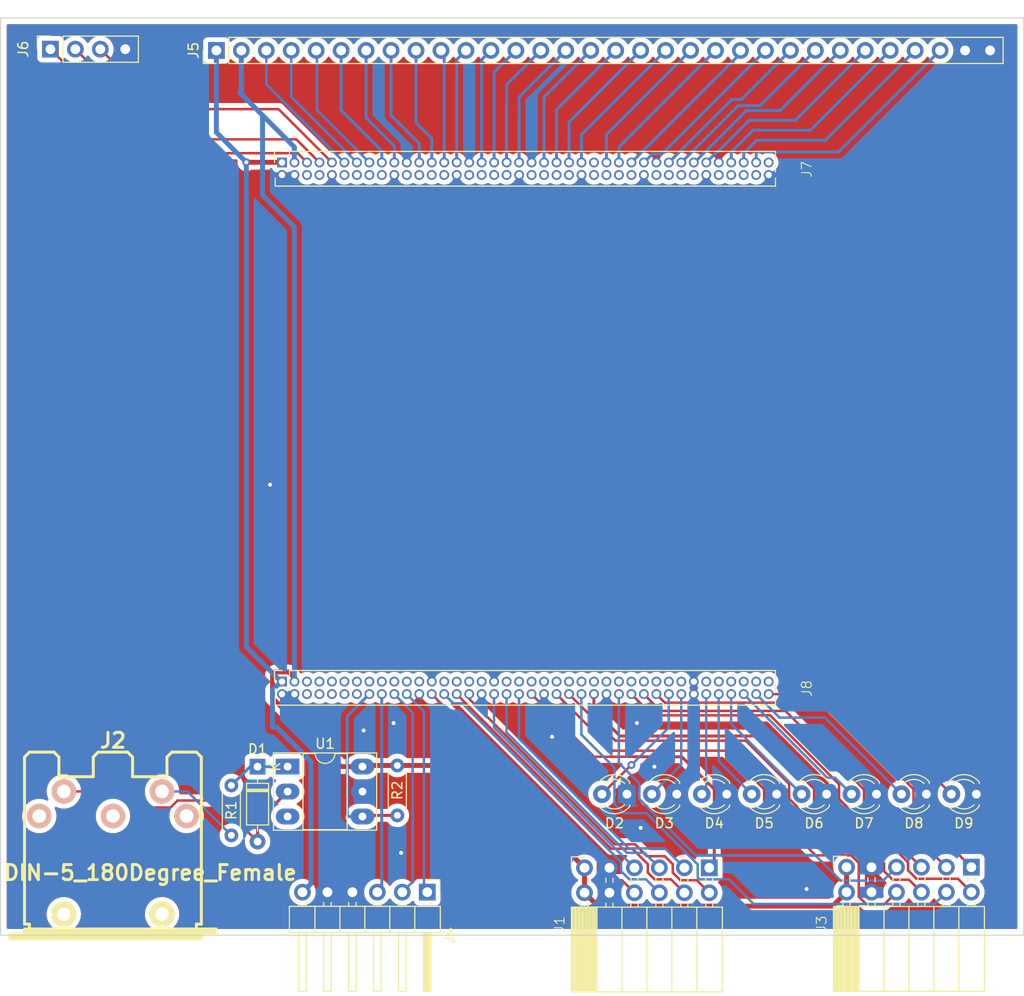
<source format=kicad_pcb>
(kicad_pcb (version 20221018) (generator pcbnew)
  (layers (0 "F.Cu" signal) (31 "B.Cu" signal) (34 "B.Paste" user) (35 "F.Paste" user) (36 "B.SilkS" user "B.Silkscreen") (37 "F.SilkS" user "F.Silkscreen") (38 "B.Mask" user) (39 "F.Mask" user) (44 "Edge.Cuts" user))
  (net 0 "")
  (net 1 "Net-(D1-K)")
  (net 2 "Net-(D1-A)")
  (net 3 "GND")
  (net 4 "LED1")
  (net 5 "LED2")
  (net 6 "LED3")
  (net 7 "LED4")
  (net 8 "LED5")
  (net 9 "LED6")
  (net 10 "LED7")
  (net 11 "LED8")
  (net 12 "PMOD1_1")
  (net 13 "PMOD1_2")
  (net 14 "PMOD1_3")
  (net 15 "PMOD1_4")
  (net 16 "+3.3V")
  (net 17 "PMOD1_7")
  (net 18 "PMOD1_8")
  (net 19 "PMOD1_9")
  (net 20 "PMOD1_10")
  (net 24 "Net-(J2-Pad4)")
  (net 25 "PMOD2_1")
  (net 26 "PMOD2_2")
  (net 27 "PMOD2_3")
  (net 28 "PMOD2_4")
  (net 29 "PMOD2_7")
  (net 30 "PMOD2_8")
  (net 31 "PMOD2_9")
  (net 32 "PMOD2_10")
  (net 33 "BCLK")
  (net 34 "DATA")
  (net 35 "LRCLK")
  (net 36 "+5V")
  (net 37 "GPIO_1")
  (net 38 "GPIO_2")
  (net 39 "GPIO_3")
  (net 40 "GPIO_4")
  (net 41 "GPIO_5")
  (net 42 "GPIO_6")
  (net 43 "GPIO_7")
  (net 44 "GPIO_8")
  (net 45 "GPIO_9")
  (net 46 "GPIO_10")
  (net 47 "GPIO_11")
  (net 48 "GPIO_12")
  (net 49 "GPIO_13")
  (net 50 "GPIO_14")
  (net 51 "GPIO_15")
  (net 52 "GPIO_16")
  (net 53 "GPIO_17")
  (net 54 "GPIO_18")
  (net 55 "GPIO_19")
  (net 56 "GPIO_20")
  (net 57 "GPIO_21")
  (net 58 "GPIO_22")
  (net 59 "GPIO_23")
  (net 60 "GPIO_24")
  (net 61 "GPIO_25")
  (net 62 "GPIO_26")
  (net 63 "GPIO_27")
  (net 64 "GPIO_28")
  (net 65 "XADC_INP0")
  (net 66 "XADC_INN0")
  (net 67 "XADC_VCC")
  (net 68 "MIDI_IN")
  (footprint "Connector_PinSocket_2.54mm:PinSocket_1x04_P2.54mm_Vertical" (layer "F.Cu") (at 48.26 20.955 90)
    (fp_text reference "J6")
    (fp_text value "XADC Header")
  )
  (footprint "Resistor_THT:R_Axial_DIN0204_L3.6mm_D1.6mm_P5.08mm_Horizontal" (layer "F.Cu") (at 83.566 98.933 90)
    (fp_text reference "R2")
    (fp_text value "510")
  )
  (footprint "LED_THT:LED_D3.0mm" (layer "F.Cu") (at 142.494 96.774 180)
    (fp_text reference "D9")
    (fp_text value "LED")
  )
  (footprint "LED_THT:LED_D3.0mm" (layer "F.Cu") (at 106.934 96.774 180)
    (fp_text reference "D2")
    (fp_text value "LED")
  )
  (footprint "Connector_PinHeader_2.54mm:PinHeader_1x32_P2.54mm_Vertical" (layer "F.Cu") (at 65.151 21.082 90)
    (fp_text reference "J5")
    (fp_text value "GPIO Header")
  )
  (footprint "Z_Turn_Board_Lib_Footprint:2x40 Inverted" (layer "F.Cu") (at 95.8312 33.1366 90)
    (fp_text reference "J7")
    (fp_text value "Conn_02x40_Odd_Even")
  )
  (footprint "LED_THT:LED_D3.0mm" (layer "F.Cu") (at 132.334 96.774 180)
    (fp_text reference "D7")
    (fp_text value "LED")
  )
  (footprint "Diode_THT:D_DO-35_SOD27_P7.62mm_Horizontal" (layer "F.Cu") (at 69.342 93.98 -90)
    (fp_text reference "D1")
    (fp_text value "1N4148")
  )
  (footprint "Z_Turn_Board_Lib_Footprint:MIDI_DIN5" (layer "F.Cu") (at 54.6228 101.997)
    (fp_text reference "J2")
    (fp_text value "DIN-5_180Degree_Female")
  )
  (footprint "LED_THT:LED_D3.0mm" (layer "F.Cu") (at 122.174 96.774 180)
    (fp_text reference "D5")
    (fp_text value "LED")
  )
  (footprint "LED_THT:LED_D3.0mm" (layer "F.Cu") (at 117.094 96.774 180)
    (fp_text reference "D4")
    (fp_text value "LED")
  )
  (footprint "Package_DIP:DIP-6_W7.62mm_Socket_LongPads" (layer "F.Cu") (at 72.4 93.97)
    (fp_text reference "U1")
    (fp_text value "H11L1")
  )
  (footprint "Connector_PinHeader_2.54mm:PinHeader_1x06_P2.54mm_Horizontal" (layer "F.Cu") (at 86.614 106.75 -90)
    (fp_text reference "J4")
    (fp_text value "DAC")
  )
  (footprint "LED_THT:LED_D3.0mm" (layer "F.Cu") (at 112.009 96.774 180)
    (fp_text reference "D3")
    (fp_text value "LED")
  )
  (footprint "Z_Turn_Board_Lib_Footprint:PMOD" (layer "F.Cu") (at 108.966 110.042 90)
    (fp_text reference "J1")
    (fp_text value "~")
  )
  (footprint "Z_Turn_Board_Lib_Footprint:PMOD" (layer "F.Cu") (at 135.636 109.982 90)
    (fp_text reference "J3")
    (fp_text value "~")
  )
  (footprint "LED_THT:LED_D3.0mm" (layer "F.Cu") (at 127.254 96.774 180)
    (fp_text reference "D6")
    (fp_text value "LED")
  )
  (footprint "Resistor_THT:R_Axial_DIN0204_L3.6mm_D1.6mm_P5.08mm_Horizontal" (layer "F.Cu") (at 66.675 100.965 90)
    (fp_text reference "R1")
    (fp_text value "220")
  )
  (footprint "LED_THT:LED_D3.0mm" (layer "F.Cu") (at 137.414 96.774 180)
    (fp_text reference "D8")
    (fp_text value "LED")
  )
  (footprint "Z_Turn_Board_Lib_Footprint:2x40 Inverted" (layer "F.Cu") (at 95.8312 85.9686 90)
    (fp_text reference "J8")
    (fp_text value "Conn_02x40_Odd_Even")
  )
  (gr_rect (start 43.18 17.78) (end 147.32 111.125) (stroke (width 0.1)) (fill none) (layer "Edge.Cuts"))
  (segment (start 72.39 93.98) (end 72.4 93.97) (width 0.3) (layer "F.Cu") (net 1))
  (segment (start 71.765 93.97) (end 71.755 93.98) (width 0.25) (layer "F.Cu") (net 1))
  (segment (start 68.58 93.98) (end 66.675 95.885) (width 0.3) (layer "B.Cu") (net 1))
  (segment (start 69.342 93.98) (end 72.39 93.98) (width 0.3) (layer "B.Cu") (net 1))
  (segment (start 69.342 93.98) (end 68.58 93.98) (width 0.3) (layer "B.Cu") (net 1))
  (segment (start 72.39 93.98) (end 72.4 93.97) (width 0.3) (layer "B.Cu") (net 1))
  (segment (start 49.6266 96.4979) (end 56.1771 96.4979) (width 0.25) (layer "F.Cu") (net 2))
  (segment (start 72.4 96.51) (end 69.342 99.568) (width 0.3) (layer "F.Cu") (net 2))
  (segment (start 60.4891 98.1297) (end 61.2006 97.4182) (width 0.25) (layer "F.Cu") (net 2))
  (segment (start 57.8089 98.1297) (end 60.4891 98.1297) (width 0.25) (layer "F.Cu") (net 2))
  (segment (start 56.1771 96.4979) (end 57.8089 98.1297) (width 0.25) (layer "F.Cu") (net 2))
  (segment (start 61.2006 97.4182) (end 65.1602 97.4182) (width 0.25) (layer "F.Cu") (net 2))
  (segment (start 65.1602 97.4182) (end 69.342 101.6) (width 0.25) (layer "F.Cu") (net 2))
  (segment (start 69.342 99.568) (end 69.342 101.6) (width 0.3) (layer "F.Cu") (net 2))
  (via (at 99.314 90.932) (size 0.8) (drill 0.4) (layers "F.Cu" "B.Cu") (net 3))
  (via (at 108.331 100.203) (size 0.8) (drill 0.4) (layers "F.Cu" "B.Cu") (net 3))
  (via (at 83.947 102.743) (size 0.8) (drill 0.4) (layers "F.Cu" "B.Cu") (net 3))
  (via (at 125.222 106.426) (size 0.8) (drill 0.4) (layers "F.Cu" "B.Cu") (net 3))
  (via (at 80.137 90.297) (size 0.8) (drill 0.4) (layers "F.Cu" "B.Cu") (net 3))
  (via (at 107.95 89.535) (size 0.8) (drill 0.4) (layers "F.Cu" "B.Cu") (net 3))
  (via (at 109.728 93.98) (size 0.8) (drill 0.4) (layers "F.Cu" "B.Cu") (net 3))
  (via (at 83.185 89.535) (size 0.8) (drill 0.4) (layers "F.Cu" "B.Cu") (net 3))
  (via (at 70.612 65.278) (size 0.8) (drill 0.4) (layers "F.Cu" "B.Cu") (net 3))
  (segment (start 104.394 96.774) (end 107.3643 93.8037) (width 0.25) (layer "F.Cu") (net 4))
  (segment (start 107.3643 93.8037) (end 107.3927 93.8037) (width 0.25) (layer "F.Cu") (net 4))
  (via (at 107.3927 93.8037) (size 0.8) (drill 0.4) (layers "F.Cu" "B.Cu") (net 4))
  (segment (start 111.19 86.595) (end 111.19 90.0064) (width 0.25) (layer "B.Cu") (net 4))
  (segment (start 111.19 90.0064) (end 107.3927 93.8037) (width 0.25) (layer "B.Cu") (net 4))
  (segment (start 112.46 86.595) (end 112.46 93.783) (width 0.25) (layer "B.Cu") (net 5))
  (segment (start 112.46 93.783) (end 109.469 96.774) (width 0.25) (layer "B.Cu") (net 5))
  (segment (start 115 96.328) (end 114.554 96.774) (width 0.25) (layer "B.Cu") (net 6))
  (segment (start 115 86.595) (end 115 96.328) (width 0.25) (layer "B.Cu") (net 6))
  (segment (start 116.27 86.595) (end 116.27 93.41) (width 0.25) (layer "B.Cu") (net 7))
  (segment (start 116.27 93.41) (end 119.634 96.774) (width 0.25) (layer "B.Cu") (net 7))
  (segment (start 117.54 89.6) (end 124.714 96.774) (width 0.25) (layer "B.Cu") (net 8))
  (segment (start 117.54 86.595) (end 117.54 89.6) (width 0.25) (layer "B.Cu") (net 8))
  (segment (start 129.794 96.774) (end 128.1167 95.0967) (width 0.25) (layer "B.Cu") (net 9))
  (segment (start 127.3117 95.0967) (end 118.81 86.595) (width 0.25) (layer "B.Cu") (net 9))
  (segment (start 128.1167 95.0967) (end 127.3117 95.0967) (width 0.25) (layer "B.Cu") (net 9))
  (segment (start 122.4697 88.9847) (end 127.0847 88.9847) (width 0.25) (layer "B.Cu") (net 10))
  (segment (start 127.0847 88.9847) (end 134.874 96.774) (width 0.25) (layer "B.Cu") (net 10))
  (segment (start 120.08 86.595) (end 122.4697 88.9847) (width 0.25) (layer "B.Cu") (net 10))
  (segment (start 129.775 86.595) (end 121.35 86.595) (width 0.25) (layer "F.Cu") (net 11))
  (segment (start 139.954 96.774) (end 129.775 86.595) (width 0.25) (layer "F.Cu") (net 11))
  (segment (start 115.316 104.267) (end 115.824 103.759) (width 0.3) (layer "F.Cu") (net 12))
  (segment (start 112.514367 92.9666) (end 107.59 92.9666) (width 0.3) (layer "F.Cu") (net 12))
  (segment (start 103.5916 92.9666) (end 97.22 86.595) (width 0.25) (layer "F.Cu") (net 12))
  (segment (start 115.824 96.276233) (end 112.514367 92.9666) (width 0.3) (layer "F.Cu") (net 12))
  (segment (start 115.824 103.759) (end 115.824 96.276233) (width 0.3) (layer "F.Cu") (net 12))
  (segment (start 107.59 92.9666) (end 103.5916 92.9666) (width 0.25) (layer "F.Cu") (net 12))
  (segment (start 95.95 86.595) (end 95.95 91.122604) (width 0.25) (layer "B.Cu") (net 13))
  (segment (start 107.120396 102.293) (end 110.802 102.293) (width 0.25) (layer "B.Cu") (net 13))
  (segment (start 110.802 102.293) (end 112.776 104.267) (width 0.25) (layer "B.Cu") (net 13))
  (segment (start 95.95 91.122604) (end 107.120396 102.293) (width 0.25) (layer "B.Cu") (net 13))
  (segment (start 106.934 102.743) (end 108.712 102.743) (width 0.25) (layer "B.Cu") (net 14))
  (segment (start 94.68 90.489) (end 106.934 102.743) (width 0.25) (layer "B.Cu") (net 14))
  (segment (start 108.712 102.743) (end 110.236 104.267) (width 0.25) (layer "B.Cu") (net 14))
  (segment (start 109.4907 104.267) (end 110.236 104.267) (width 0.25) (layer "B.Cu") (net 14))
  (segment (start 94.68 86.595) (end 94.68 90.489) (width 0.25) (layer "B.Cu") (net 14))
  (segment (start 93.41 89.981) (end 93.41 86.595) (width 0.25) (layer "B.Cu") (net 15))
  (segment (start 107.696 104.267) (end 93.41 89.981) (width 0.25) (layer "B.Cu") (net 15))
  (segment (start 102.616 104.267) (end 92.202 93.853) (width 0.5) (layer "F.Cu") (net 16))
  (segment (start 127.8631 108.1699) (end 103.9789 108.1699) (width 0.5) (layer "F.Cu") (net 16))
  (segment (start 70.8681 87.0014) (end 70.8681 84.6275) (width 0.5) (layer "F.Cu") (net 16))
  (segment (start 129.286 106.747) (end 127.8631 108.1699) (width 0.5) (layer "F.Cu") (net 16))
  (segment (start 102.616 106.807) (end 102.616 104.267) (width 0.5) (layer "F.Cu") (net 16))
  (segment (start 129.286 106.747) (end 129.286 104.207) (width 0.5) (layer "F.Cu") (net 16))
  (segment (start 80.137 93.853) (end 80.02 93.97) (width 0.5) (layer "F.Cu") (net 16))
  (segment (start 80.02 93.97) (end 77.8367 93.97) (width 0.5) (layer "F.Cu") (net 16))
  (segment (start 83.566 93.853) (end 80.137 93.853) (width 0.5) (layer "F.Cu") (net 16))
  (segment (start 77.8367 93.97) (end 73.8284 89.9617) (width 0.5) (layer "F.Cu") (net 16))
  (segment (start 73.09 84.9185) (end 73.09 85.325) (width 0.5) (layer "F.Cu") (net 16))
  (segment (start 103.9789 108.1699) (end 102.616 106.807) (width 0.5) (layer "F.Cu") (net 16))
  (segment (start 71.1578 84.3378) (end 72.5093 84.3378) (width 0.5) (layer "F.Cu") (net 16))
  (segment (start 70.8681 84.6275) (end 71.1578 84.3378) (width 0.5) (layer "F.Cu") (net 16))
  (segment (start 92.202 93.853) (end 83.566 93.853) (width 0.5) (layer "F.Cu") (net 16))
  (segment (start 72.5093 84.3378) (end 73.09 84.9185) (width 0.5) (layer "F.Cu") (net 16))
  (segment (start 73.8284 89.9617) (end 70.8681 87.0014) (width 0.5) (layer "F.Cu") (net 16))
  (segment (start 73.09 32.1059) (end 73.09 32.475) (width 0.5) (layer "B.Cu") (net 16))
  (segment (start 69.85 27.686) (end 67.564 25.4) (width 0.5) (layer "B.Cu") (net 16))
  (segment (start 73.09 32.475) (end 73.09 30.926) (width 0.5) (layer "B.Cu") (net 16))
  (segment (start 73.09 85.325) (end 73.09 39.054) (width 0.5) (layer "B.Cu") (net 16))
  (segment (start 67.691 25.273) (end 67.691 21.082) (width 0.5) (layer "B.Cu") (net 16))
  (segment (start 69.85 35.814) (end 69.85 27.686) (width 0.5) (layer "B.Cu") (net 16))
  (segment (start 73.09 39.054) (end 69.85 35.814) (width 0.5) (layer "B.Cu") (net 16))
  (segment (start 73.09 30.926) (end 69.85 27.686) (width 0.5) (layer "B.Cu") (net 16))
  (segment (start 67.564 25.4) (end 67.691 25.273) (width 0.5) (layer "B.Cu") (net 16))
  (segment (start 114.046 105.537) (end 112.3816 105.537) (width 0.25) (layer "F.Cu") (net 17))
  (segment (start 112.3816 105.537) (end 111.5991 104.7545) (width 0.25) (layer "F.Cu") (net 17))
  (segment (start 115.316 106.807) (end 114.046 105.537) (width 0.25) (layer "F.Cu") (net 17))
  (segment (start 90.87 87.06) (end 90.87 86.595) (width 0.25) (layer "F.Cu") (net 17))
  (segment (start 108.9751 103.0901) (end 107.7615 101.8765) (width 0.25) (layer "F.Cu") (net 17))
  (segment (start 110.7881 103.0901) (end 108.9751 103.0901) (width 0.25) (layer "F.Cu") (net 17))
  (segment (start 107.7615 101.8765) (end 105.6865 101.8765) (width 0.25) (layer "F.Cu") (net 17))
  (segment (start 111.5991 104.7545) (end 111.5991 103.9011) (width 0.25) (layer "F.Cu") (net 17))
  (segment (start 105.6865 101.8765) (end 90.87 87.06) (width 0.25) (layer "F.Cu") (net 17))
  (segment (start 111.5991 103.9011) (end 110.7881 103.0901) (width 0.25) (layer "F.Cu") (net 17))
  (segment (start 107.4844 102.3265) (end 109.0591 103.9012) (width 0.25) (layer "F.Cu") (net 18))
  (segment (start 109.0591 104.7545) (end 109.7485 105.4439) (width 0.25) (layer "F.Cu") (net 18))
  (segment (start 109.0591 103.9012) (end 109.0591 104.7545) (width 0.25) (layer "F.Cu") (net 18))
  (segment (start 89.6 86.595) (end 105.3315 102.3265) (width 0.25) (layer "F.Cu") (net 18))
  (segment (start 109.7485 105.4439) (end 111.4129 105.4439) (width 0.25) (layer "F.Cu") (net 18))
  (segment (start 105.3315 102.3265) (end 107.4844 102.3265) (width 0.25) (layer "F.Cu") (net 18))
  (segment (start 111.4129 105.4439) (end 112.776 106.807) (width 0.25) (layer "F.Cu") (net 18))
  (segment (start 106.3329 104.6043) (end 106.3329 103.6857) (width 0.25) (layer "B.Cu") (net 19))
  (segment (start 107.1725 105.4439) (end 106.3329 104.6043) (width 0.25) (layer "B.Cu") (net 19))
  (segment (start 89.2651 87.5301) (end 88.33 86.595) (width 0.25) (layer "B.Cu") (net 19))
  (segment (start 110.236 106.807) (end 108.8729 105.4439) (width 0.25) (layer "B.Cu") (net 19))
  (segment (start 108.8729 105.4439) (end 107.1725 105.4439) (width 0.25) (layer "B.Cu") (net 19))
  (segment (start 106.3329 103.6857) (end 90.1773 87.5301) (width 0.25) (layer "B.Cu") (net 19))
  (segment (start 90.1773 87.5301) (end 89.2651 87.5301) (width 0.25) (layer "B.Cu") (net 19))
  (segment (start 106.426 105.537) (end 104.7616 105.537) (width 0.25) (layer "F.Cu") (net 20))
  (segment (start 104.7616 105.537) (end 103.9791 104.7545) (width 0.25) (layer "F.Cu") (net 20))
  (segment (start 103.9791 103.5141) (end 87.06 86.595) (width 0.25) (layer "F.Cu") (net 20))
  (segment (start 103.9791 104.7545) (end 103.9791 103.5141) (width 0.25) (layer "F.Cu") (net 20))
  (segment (start 107.696 106.807) (end 106.426 105.537) (width 0.25) (layer "F.Cu") (net 20))
  (segment (start 62.2079 96.4979) (end 66.675 100.965) (width 0.25) (layer "B.Cu") (net 24))
  (segment (start 59.619 96.4979) (end 62.2079 96.4979) (width 0.25) (layer "B.Cu") (net 24))
  (segment (start 136.1009 98.3219) (end 141.986 104.207) (width 0.25) (layer "F.Cu") (net 25))
  (segment (start 136.1009 96.2658) (end 136.1009 98.3219) (width 0.25) (layer "F.Cu") (net 25))
  (segment (start 127.2957 87.4606) (end 136.1009 96.2658) (width 0.25) (layer "F.Cu") (net 25))
  (segment (start 109.92 86.595) (end 110.7856 87.4606) (width 0.25) (layer "F.Cu") (net 25))
  (segment (start 110.7856 87.4606) (end 127.2957 87.4606) (width 0.25) (layer "F.Cu") (net 25))
  (segment (start 131.064 96.3064) (end 131.064 97.8216) (width 0.25) (layer "F.Cu") (net 26))
  (segment (start 134.4114 99.1724) (end 139.446 104.207) (width 0.25) (layer "F.Cu") (net 26))
  (segment (start 131.064 97.8216) (end 132.4148 99.1724) (width 0.25) (layer "F.Cu") (net 26))
  (segment (start 110.3578 88.3028) (end 123.0604 88.3028) (width 0.25) (layer "F.Cu") (net 26))
  (segment (start 108.65 86.595) (end 110.3578 88.3028) (width 0.25) (layer "F.Cu") (net 26))
  (segment (start 123.0604 88.3028) (end 131.064 96.3064) (width 0.25) (layer "F.Cu") (net 26))
  (segment (start 132.4148 99.1724) (end 134.4114 99.1724) (width 0.25) (layer "F.Cu") (net 26))
  (segment (start 130.9667 99.7076) (end 128.5241 97.265) (width 0.25) (layer "F.Cu") (net 27))
  (segment (start 128.5241 97.265) (end 128.524 97.265) (width 0.25) (layer "F.Cu") (net 27))
  (segment (start 128.524 95.7738) (end 121.503 88.7528) (width 0.25) (layer "F.Cu") (net 27))
  (segment (start 136.906 104.207) (end 132.4066 99.7076) (width 0.25) (layer "F.Cu") (net 27))
  (segment (start 128.524 97.265) (end 128.524 95.7738) (width 0.25) (layer "F.Cu") (net 27))
  (segment (start 132.4066 99.7076) (end 130.9667 99.7076) (width 0.25) (layer "F.Cu") (net 27))
  (segment (start 121.503 88.7528) (end 109.5378 88.7528) (width 0.25) (layer "F.Cu") (net 27))
  (segment (start 109.5378 88.7528) (end 107.38 86.595) (width 0.25) (layer "F.Cu") (net 27))
  (segment (start 128.6826 105.572) (end 126.111 103.0004) (width 0.25) (layer "B.Cu") (net 28))
  (segment (start 106.11 93.5969) (end 106.11 86.595) (width 0.25) (layer "B.Cu") (net 28))
  (segment (start 134.366 104.207) (end 133.001 105.572) (width 0.25) (layer "B.Cu") (net 28))
  (segment (start 108.2015 95.6884) (end 106.11 93.5969) (width 0.25) (layer "B.Cu") (net 28))
  (segment (start 113.9398 103.0004) (end 108.2015 97.2621) (width 0.25) (layer "B.Cu") (net 28))
  (segment (start 126.111 103.0004) (end 113.9398 103.0004) (width 0.3) (layer "B.Cu") (net 28))
  (segment (start 108.2015 97.2621) (end 108.2015 95.6884) (width 0.25) (layer "B.Cu") (net 28))
  (segment (start 133.001 105.572) (end 128.6826 105.572) (width 0.25) (layer "B.Cu") (net 28))
  (segment (start 125.984 97.7991) (end 125.984 96.2418) (width 0.25) (layer "F.Cu") (net 29))
  (segment (start 136.4035 105.3839) (end 135.5429 104.5233) (width 0.25) (layer "F.Cu") (net 29))
  (segment (start 132.04 101.42) (end 129.3734 98.7534) (width 0.25) (layer "F.Cu") (net 29))
  (segment (start 103.57 86.595) (end 103.57 88.203) (width 0.3) (layer "F.Cu") (net 29))
  (segment (start 103.57 88.203) (end 106.2238 90.8568) (width 0.3) (layer "F.Cu") (net 29))
  (segment (start 133.2464 101.42) (end 132.04 101.42) (width 0.25) (layer "F.Cu") (net 29))
  (segment (start 135.5429 103.7165) (end 133.2464 101.42) (width 0.25) (layer "F.Cu") (net 29))
  (segment (start 106.2238 90.8568) (end 120.599 90.8568) (width 0.3) (layer "F.Cu") (net 29))
  (segment (start 140.6229 105.3839) (end 136.4035 105.3839) (width 0.25) (layer "F.Cu") (net 29))
  (segment (start 126.9383 98.7534) (end 125.984 97.7991) (width 0.25) (layer "F.Cu") (net 29))
  (segment (start 135.5429 104.5233) (end 135.5429 103.7165) (width 0.25) (layer "F.Cu") (net 29))
  (segment (start 120.599 90.8568) (end 120.8526 91.1104) (width 0.3) (layer "F.Cu") (net 29))
  (segment (start 129.3734 98.7534) (end 126.9383 98.7534) (width 0.25) (layer "F.Cu") (net 29))
  (segment (start 125.984 96.2418) (end 120.8526 91.1104) (width 0.25) (layer "F.Cu") (net 29))
  (segment (start 141.986 106.747) (end 140.6229 105.3839) (width 0.25) (layer "F.Cu") (net 29))
  (segment (start 108.9205 98.7065) (end 114.1379 103.9239) (width 0.25) (layer "B.Cu") (net 30))
  (segment (start 102.3 86.595) (end 102.3 90.7198) (width 0.25) (layer "B.Cu") (net 30))
  (segment (start 138.2409 107.9521) (end 139.446 106.747) (width 0.25) (layer "B.Cu") (net 30))
  (segment (start 119.8333 107.9521) (end 138.2409 107.9521) (width 0.25) (layer "B.Cu") (net 30))
  (segment (start 114.3306 105.4439) (end 117.3251 105.4439) (width 0.25) (layer "B.Cu") (net 30))
  (segment (start 106.5726 98.7065) (end 108.9205 98.7065) (width 0.25) (layer "B.Cu") (net 30))
  (segment (start 105.664 94.0838) (end 105.664 97.7979) (width 0.25) (layer "B.Cu") (net 30))
  (segment (start 114.1379 105.2512) (end 114.3306 105.4439) (width 0.25) (layer "B.Cu") (net 30))
  (segment (start 117.3251 105.4439) (end 119.8333 107.9521) (width 0.25) (layer "B.Cu") (net 30))
  (segment (start 105.664 97.7979) (end 106.5726 98.7065) (width 0.25) (layer "B.Cu") (net 30))
  (segment (start 102.3 90.7198) (end 105.664 94.0838) (width 0.25) (layer "B.Cu") (net 30))
  (segment (start 114.1379 103.9239) (end 114.1379 105.2512) (width 0.25) (layer "B.Cu") (net 30))
  (segment (start 131.1587 101.8704) (end 133.096 103.8077) (width 0.25) (layer "F.Cu") (net 31))
  (segment (start 101.03 86.595) (end 105.7668 91.3318) (width 0.25) (layer "F.Cu") (net 31))
  (segment (start 133.9713 105.477) (end 135.636 105.477) (width 0.25) (layer "F.Cu") (net 31))
  (segment (start 123.444 95.7449) (end 123.444 97.2412) (width 0.25) (layer "F.Cu") (net 31))
  (segment (start 123.444 97.2412) (end 128.0732 101.8704) (width 0.25) (layer "F.Cu") (net 31))
  (segment (start 133.096 104.6017) (end 133.9713 105.477) (width 0.25) (layer "F.Cu") (net 31))
  (segment (start 119.0309 91.3318) (end 123.444 95.7449) (width 0.25) (layer "F.Cu") (net 31))
  (segment (start 128.0732 101.8704) (end 131.1587 101.8704) (width 0.25) (layer "F.Cu") (net 31))
  (segment (start 105.7668 91.3318) (end 119.0309 91.3318) (width 0.25) (layer "F.Cu") (net 31))
  (segment (start 133.096 103.8077) (end 133.096 104.6017) (width 0.25) (layer "F.Cu") (net 31))
  (segment (start 135.636 105.477) (end 136.906 106.747) (width 0.25) (layer "F.Cu") (net 31))
  (segment (start 120.904 96.2816) (end 116.9713 92.3489) (width 0.25) (layer "F.Cu") (net 32))
  (segment (start 130.529 103.7653) (end 129.7684 103.0047) (width 0.25) (layer "F.Cu") (net 32))
  (segment (start 116.9713 92.3489) (end 105.5139 92.3489) (width 0.25) (layer "F.Cu") (net 32))
  (segment (start 130.529 107.2123) (end 130.529 103.7653) (width 0.25) (layer "F.Cu") (net 32))
  (segment (start 133.1273 107.9857) (end 131.3024 107.9857) (width 0.25) (layer "F.Cu") (net 32))
  (segment (start 131.3024 107.9857) (end 130.529 107.2123) (width 0.25) (layer "F.Cu") (net 32))
  (segment (start 105.5139 92.3489) (end 99.76 86.595) (width 0.25) (layer "F.Cu") (net 32))
  (segment (start 129.7684 103.0047) (end 126.1385 103.0047) (width 0.25) (layer "F.Cu") (net 32))
  (segment (start 120.904 97.7702) (end 120.904 96.2816) (width 0.25) (layer "F.Cu") (net 32))
  (segment (start 126.1385 103.0047) (end 120.904 97.7702) (width 0.25) (layer "F.Cu") (net 32))
  (segment (start 134.366 106.747) (end 133.1273 107.9857) (width 0.25) (layer "F.Cu") (net 32))
  (segment (start 86.2759 106.4119) (end 86.2759 88.3509) (width 0.25) (layer "B.Cu") (net 33))
  (segment (start 86.2759 88.3509) (end 84.52 86.595) (width 0.25) (layer "B.Cu") (net 33))
  (segment (start 86.614 106.75) (end 86.2759 106.4119) (width 0.25) (layer "B.Cu") (net 33))
  (segment (start 85.1306 88.4756) (end 83.25 86.595) (width 0.25) (layer "B.Cu") (net 34))
  (segment (start 85.1306 105.6934) (end 85.1306 88.4756) (width 0.25) (layer "B.Cu") (net 34))
  (segment (start 84.074 106.75) (end 85.1306 105.6934) (width 0.25) (layer "B.Cu") (net 34))
  (segment (start 81.534 106.75) (end 81.98 106.304) (width 0.3) (layer "B.Cu") (net 35))
  (segment (start 81.98 106.304) (end 81.98 86.595) (width 0.3) (layer "B.Cu") (net 35))
  (segment (start 71.8119 32.4669) (end 71.82 32.475) (width 0.5) (layer "F.Cu") (net 36))
  (segment (start 68.1993 32.4669) (end 71.8119 32.4669) (width 0.5) (layer "F.Cu") (net 36))
  (via (at 68.1993 32.4669) (size 0.8) (drill 0.4) (layers "F.Cu" "B.Cu") (net 36))
  (segment (start 68.1993 32.4669) (end 65.151 29.4186) (width 0.5) (layer "B.Cu") (net 36))
  (segment (start 74.764 93.434) (end 74.764 105.9) (width 0.5) (layer "B.Cu") (net 36))
  (segment (start 70.8665 89.9586) (end 71.2886 89.9586) (width 0.5) (layer "B.Cu") (net 36))
  (segment (start 71.7408 85.325) (end 68.1993 81.7835) (width 0.5) (layer "B.Cu") (net 36))
  (segment (start 71.2886 89.9586) (end 74.764 93.434) (width 0.5) (layer "B.Cu") (net 36))
  (segment (start 70.8665 89.9586) (end 70.8665 86.1993) (width 0.5) (layer "B.Cu") (net 36))
  (segment (start 74.764 105.9) (end 73.914 106.75) (width 0.5) (layer "B.Cu") (net 36))
  (segment (start 70.8665 86.1993) (end 71.7408 85.325) (width 0.5) (layer "B.Cu") (net 36))
  (segment (start 68.1993 81.7835) (end 68.1993 32.4669) (width 0.5) (layer "B.Cu") (net 36))
  (segment (start 71.7408 85.325) (end 71.82 85.325) (width 0.5) (layer "B.Cu") (net 36))
  (segment (start 65.151 29.4186) (end 65.151 21.082) (width 0.5) (layer "B.Cu") (net 36))
  (segment (start 70.231 24.536) (end 70.231 21.082) (width 0.25) (layer "B.Cu") (net 37))
  (segment (start 78.17 32.475) (end 70.231 24.536) (width 0.25) (layer "B.Cu") (net 37))
  (segment (start 74.93 27.965) (end 75.108 28.143) (width 0.25) (layer "B.Cu") (net 38))
  (segment (start 72.771 25.806) (end 72.771 21.082) (width 0.25) (layer "B.Cu") (net 38))
  (segment (start 75.108 28.143) (end 79.44 32.475) (width 0.25) (layer "B.Cu") (net 38))
  (segment (start 75.108 28.143) (end 72.771 25.806) (width 0.25) (layer "B.Cu") (net 38))
  (segment (start 77.648 29.413) (end 80.71 32.475) (width 0.25) (layer "B.Cu") (net 39))
  (segment (start 77.648 29.413) (end 75.38 27.145) (width 0.25) (layer "B.Cu") (net 39))
  (segment (start 75.38 27.145) (end 75.38 21.082) (width 0.25) (layer "B.Cu") (net 39))
  (segment (start 77.47 29.235) (end 77.648 29.413) (width 0.25) (layer "B.Cu") (net 39))
  (segment (start 81.9912 31.3182) (end 77.851 27.178) (width 0.3) (layer "B.Cu") (net 40))
  (segment (start 77.851 27.178) (end 77.851 21.082) (width 0.3) (layer "B.Cu") (net 40))
  (segment (start 81.9912 32.4866) (end 81.9912 31.3182) (width 0.3) (layer "B.Cu") (net 40))
  (segment (start 83.2612 32.4866) (end 83.2612 30.8102) (width 0.3) (layer "B.Cu") (net 41))
  (segment (start 83.2612 30.8102) (end 80.391 27.94) (width 0.3) (layer "B.Cu") (net 41))
  (segment (start 80.391 27.94) (end 80.391 21.082) (width 0.3) (layer "B.Cu") (net 41))
  (segment (start 82.931 27.686) (end 82.931 21.082) (width 0.3) (layer "B.Cu") (net 42))
  (segment (start 85.8012 32.4866) (end 85.8012 30.5562) (width 0.3) (layer "B.Cu") (net 42))
  (segment (start 85.8012 30.5562) (end 82.931 27.686) (width 0.3) (layer "B.Cu") (net 42))
  (segment (start 82.55 20.955) (end 83.25 21.655) (width 0.25) (layer "B.Cu") (net 42))
  (segment (start 87.0712 32.4866) (end 87.0712 30.0482) (width 0.3) (layer "B.Cu") (net 43))
  (segment (start 87.0712 30.0482) (end 85.471 28.448) (width 0.3) (layer "B.Cu") (net 43))
  (segment (start 85.471 28.448) (end 85.471 21.082) (width 0.3) (layer "B.Cu") (net 43))
  (segment (start 85.09 20.955) (end 85.79 21.655) (width 0.25) (layer "B.Cu") (net 43))
  (segment (start 88.33 22.795) (end 88.33 32.475) (width 0.25) (layer "B.Cu") (net 44))
  (segment (start 88.3412 32.4866) (end 88.3412 21.4122) (width 0.3) (layer "B.Cu") (net 44))
  (segment (start 88.3412 21.4122) (end 88.011 21.082) (width 0.3) (layer "B.Cu") (net 44))
  (segment (start 89.6112 32.4866) (end 89.6112 22.0218) (width 0.3) (layer "B.Cu") (net 45))
  (segment (start 89.6112 22.0218) (end 90.551 21.082) (width 0.3) (layer "B.Cu") (net 45))
  (segment (start 89.6 24.065) (end 89.6 32.475) (width 0.25) (layer "B.Cu") (net 45))
  (segment (start 92.1512 32.4866) (end 92.1512 22.0218) (width 0.3) (layer "B.Cu") (net 46))
  (segment (start 92.14 32.475) (end 92.14 24.065) (width 0.25) (layer "B.Cu") (net 46))
  (segment (start 92.1512 22.0218) (end 93.091 21.082) (width 0.3) (layer "B.Cu") (net 46))
  (segment (start 93.4212 32.4866) (end 93.4212 23.2918) (width 0.3) (layer "B.Cu") (net 47))
  (segment (start 93.41 25.335) (end 93.41 32.475) (width 0.25) (layer "B.Cu") (net 47))
  (segment (start 93.4212 23.2918) (end 95.631 21.082) (width 0.3) (layer "B.Cu") (net 47))
  (segment (start 94.6912 24.5618) (end 98.171 21.082) (width 0.3) (layer "B.Cu") (net 48))
  (segment (start 94.68 32.475) (end 94.68 26.605) (width 0.3) (layer "B.Cu") (net 48))
  (segment (start 94.6912 32.4866) (end 94.6912 24.5618) (width 0.3) (layer "B.Cu") (net 48))
  (segment (start 95.95 27.875) (end 95.95 32.475) (width 0.25) (layer "B.Cu") (net 49))
  (segment (start 95.9612 32.4866) (end 95.9612 25.8318) (width 0.3) (layer "B.Cu") (net 49))
  (segment (start 95.9612 25.8318) (end 100.711 21.082) (width 0.3) (layer "B.Cu") (net 49))
  (segment (start 98.5012 32.4866) (end 98.5012 25.8318) (width 0.3) (layer "B.Cu") (net 50))
  (segment (start 98.5012 25.8318) (end 103.251 21.082) (width 0.3) (layer "B.Cu") (net 50))
  (segment (start 98.49 32.475) (end 98.49 27.875) (width 0.25) (layer "B.Cu") (net 50))
  (segment (start 99.76 29.145) (end 99.76 32.475) (width 0.25) (layer "B.Cu") (net 51))
  (segment (start 99.7712 32.4866) (end 99.7712 27.1018) (width 0.3) (layer "B.Cu") (net 51))
  (segment (start 99.7712 27.1018) (end 105.791 21.082) (width 0.3) (layer "B.Cu") (net 51))
  (segment (start 101.0412 32.4866) (end 101.0412 28.3718) (width 0.3) (layer "B.Cu") (net 52))
  (segment (start 101.0412 28.3718) (end 108.331 21.082) (width 0.3) (layer "B.Cu") (net 52))
  (segment (start 101.03 30.415) (end 101.03 32.475) (width 0.25) (layer "B.Cu") (net 52))
  (segment (start 102.3112 29.6418) (end 110.871 21.082) (width 0.3) (layer "B.Cu") (net 53))
  (segment (start 102.3112 32.4866) (end 102.3112 29.6418) (width 0.3) (layer "B.Cu") (net 53))
  (segment (start 102.3 31.685) (end 102.3 32.475) (width 0.25) (layer "B.Cu") (net 53))
  (segment (start 104.8512 32.4866) (end 104.8512 29.6418) (width 0.3) (layer "B.Cu") (net 54))
  (segment (start 104.8512 29.6418) (end 113.411 21.082) (width 0.3) (layer "B.Cu") (net 54))
  (segment (start 104.84 31.685) (end 104.84 32.475) (width 0.25) (layer "B.Cu") (net 54))
  (segment (start 106.1212 32.4866) (end 106.1212 30.9118) (width 0.3) (layer "B.Cu") (net 55))
  (segment (start 106.1212 30.9118) (end 115.951 21.082) (width 0.3) (layer "B.Cu") (net 55))
  (segment (start 107.3912 32.4866) (end 118.491 21.3868) (width 0.3) (layer "B.Cu") (net 56))
  (segment (start 109.3834 30.4436) (end 115.951 23.876) (width 0.25) (layer "B.Cu") (net 56))
  (segment (start 109.3834 30.4716) (end 109.3834 30.4436) (width 0.25) (layer "B.Cu") (net 56))
  (segment (start 118.491 21.3868) (end 118.491 21.082) (width 0.3) (layer "B.Cu") (net 56))
  (segment (start 109.3834 30.4716) (end 107.38 32.475) (width 0.25) (layer "B.Cu") (net 56))
  (segment (start 110.4764 31.6366) (end 121.031 21.082) (width 0.3) (layer "B.Cu") (net 57))
  (segment (start 108.6612 32.4866) (end 109.5112 31.6366) (width 0.3) (layer "B.Cu") (net 57))
  (segment (start 109.5112 31.6366) (end 110.4764 31.6366) (width 0.3) (layer "B.Cu") (net 57))
  (segment (start 117.6198 26.068) (end 118.585 26.068) (width 0.3) (layer "B.Cu") (net 58))
  (segment (start 111.2012 32.4866) (end 117.6198 26.068) (width 0.3) (layer "B.Cu") (net 58))
  (segment (start 116.5429 27.1221) (end 116.5429 27.0941) (width 0.25) (layer "B.Cu") (net 58))
  (segment (start 116.5429 27.1221) (end 111.19 32.475) (width 0.25) (layer "B.Cu") (net 58))
  (segment (start 118.585 26.068) (end 123.571 21.082) (width 0.3) (layer "B.Cu") (net 58))
  (segment (start 118.2548 26.703) (end 120.49 26.703) (width 0.3) (layer "B.Cu") (net 59))
  (segment (start 120.49 26.703) (end 126.111 21.082) (width 0.3) (layer "B.Cu") (net 59))
  (segment (start 112.4712 32.4866) (end 118.2548 26.703) (width 0.3) (layer "B.Cu") (net 59))
  (segment (start 122.53 27.203) (end 128.651 21.082) (width 0.3) (layer "B.Cu") (net 60))
  (segment (start 113.7412 32.4866) (end 113.809118 32.4866) (width 0.3) (layer "B.Cu") (net 60))
  (segment (start 119.092718 27.203) (end 122.53 27.203) (width 0.3) (layer "B.Cu") (net 60))
  (segment (start 113.809118 32.4866) (end 119.092718 27.203) (width 0.3) (layer "B.Cu") (net 60))
  (segment (start 119.38 28.194) (end 124.079 28.194) (width 0.3) (layer "B.Cu") (net 61))
  (segment (start 115.8612 31.6366) (end 115.9374 31.6366) (width 0.3) (layer "B.Cu") (net 61))
  (segment (start 124.079 28.194) (end 131.191 21.082) (width 0.3) (layer "B.Cu") (net 61))
  (segment (start 115.9374 31.6366) (end 119.38 28.194) (width 0.3) (layer "B.Cu") (net 61))
  (segment (start 115.0112 32.4866) (end 115.8612 31.6366) (width 0.3) (layer "B.Cu") (net 61))
  (segment (start 117.5512 32.4866) (end 117.5512 31.4198) (width 0.3) (layer "B.Cu") (net 62))
  (segment (start 117.5512 31.4198) (end 119.761 29.21) (width 0.3) (layer "B.Cu") (net 62))
  (segment (start 125.603 29.21) (end 133.731 21.082) (width 0.3) (layer "B.Cu") (net 62))
  (segment (start 119.761 29.21) (end 125.603 29.21) (width 0.3) (layer "B.Cu") (net 62))
  (segment (start 120.142 30.226) (end 127.127 30.226) (width 0.3) (layer "B.Cu") (net 63))
  (segment (start 127.127 30.226) (end 136.271 21.082) (width 0.3) (layer "B.Cu") (net 63))
  (segment (start 118.8212 32.4866) (end 118.8212 31.5468) (width 0.3) (layer "B.Cu") (net 63))
  (segment (start 118.8212 31.5468) (end 120.142 30.226) (width 0.3) (layer "B.Cu") (net 63))
  (segment (start 128.4812 31.4118) (end 138.811 21.082) (width 0.3) (layer "B.Cu") (net 64))
  (segment (start 120.0912 32.4866) (end 120.0912 31.4118) (width 0.3) (layer "B.Cu") (net 64))
  (segment (start 120.0912 31.4118) (end 128.4812 31.4118) (width 0.3) (layer "B.Cu") (net 64))
  (segment (start 48.26 20.955) (end 58.8448 31.5398) (width 0.25) (layer "F.Cu") (net 65))
  (segment (start 58.8448 31.5398) (end 73.4248 31.5398) (width 0.25) (layer "F.Cu") (net 65))
  (segment (start 73.4248 31.5398) (end 74.36 32.475) (width 0.25) (layer "F.Cu") (net 65))
  (segment (start 73.2866 30.1316) (end 75.63 32.475) (width 0.25) (layer "F.Cu") (net 66))
  (segment (start 59.9766 30.1316) (end 73.2866 30.1316) (width 0.25) (layer "F.Cu") (net 66))
  (segment (start 50.8 20.955) (end 59.9766 30.1316) (width 0.25) (layer "F.Cu") (net 66))
  (segment (start 53.34 20.955) (end 59.4421 27.0571) (width 0.25) (layer "F.Cu") (net 67))
  (segment (start 59.4421 27.0571) (end 71.4821 27.0571) (width 0.25) (layer "F.Cu") (net 67))
  (segment (start 71.4821 27.0571) (end 76.9 32.475) (width 0.25) (layer "F.Cu") (net 67))
  (segment (start 80.137 98.933) (end 80.02 99.05) (width 0.3) (layer "F.Cu") (net 68))
  (segment (start 83.566 98.933) (end 80.137 98.933) (width 0.3) (layer "F.Cu") (net 68))
  (segment (start 78.603 99.05) (end 78.47 98.917) (width 0.3) (layer "B.Cu") (net 68))
  (segment (start 80.02 99.05) (end 78.603 99.05) (width 0.3) (layer "B.Cu") (net 68))
  (segment (start 78.47 98.917) (end 78.47 88.835) (width 0.3) (layer "B.Cu") (net 68))
  (segment (start 80.321 86.984) (end 80.71 86.595) (width 0.25) (layer "B.Cu") (net 68))
  (segment (start 80.137 98.933) (end 80.02 99.05) (width 0.3) (layer "B.Cu") (net 68))
  (segment (start 78.47 88.835) (end 80.71 86.595) (width 0.3) (layer "B.Cu") (net 68))
  (zone (net 3) (net_name "GND") (layers "F&B.Cu") (connect_pads yes (clearance 0.5)) (min_thickness 0.25) (fill yes (thermal_gap 0.5) (thermal_bridge_width 0.5))
    (polygon (pts (xy 146.685 110.49) (xy 146.685 18.415) (xy 43.815 18.415) (xy 43.815 110.49)))
  )
)
</source>
